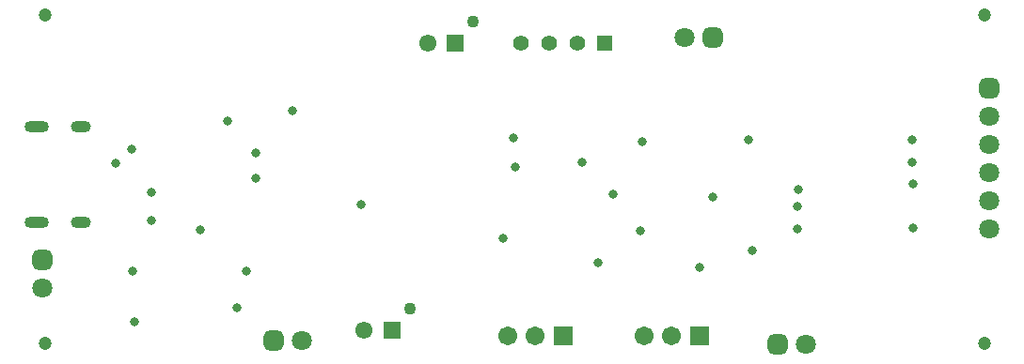
<source format=gbs>
G04*
G04 #@! TF.GenerationSoftware,Altium Limited,Altium Designer,25.2.1 (25)*
G04*
G04 Layer_Color=16711935*
%FSLAX44Y44*%
%MOMM*%
G71*
G04*
G04 #@! TF.SameCoordinates,151459D2-9B86-48AD-89DC-2ABF3E981002*
G04*
G04*
G04 #@! TF.FilePolarity,Negative*
G04*
G01*
G75*
%ADD48C,1.2032*%
G04:AMPARAMS|DCode=49|XSize=1.8032mm|YSize=1.8032mm|CornerRadius=0.5016mm|HoleSize=0mm|Usage=FLASHONLY|Rotation=0.000|XOffset=0mm|YOffset=0mm|HoleType=Round|Shape=RoundedRectangle|*
%AMROUNDEDRECTD49*
21,1,1.8032,0.8000,0,0,0.0*
21,1,0.8000,1.8032,0,0,0.0*
1,1,1.0032,0.4000,-0.4000*
1,1,1.0032,-0.4000,-0.4000*
1,1,1.0032,-0.4000,0.4000*
1,1,1.0032,0.4000,0.4000*
%
%ADD49ROUNDEDRECTD49*%
%ADD50C,1.8032*%
G04:AMPARAMS|DCode=51|XSize=1mm|YSize=2.2mm|CornerRadius=0.5mm|HoleSize=0mm|Usage=FLASHONLY|Rotation=270.000|XOffset=0mm|YOffset=0mm|HoleType=Round|Shape=RoundedRectangle|*
%AMROUNDEDRECTD51*
21,1,1.0000,1.2000,0,0,270.0*
21,1,0.0000,2.2000,0,0,270.0*
1,1,1.0000,-0.6000,0.0000*
1,1,1.0000,-0.6000,0.0000*
1,1,1.0000,0.6000,0.0000*
1,1,1.0000,0.6000,0.0000*
%
%ADD51ROUNDEDRECTD51*%
G04:AMPARAMS|DCode=52|XSize=1mm|YSize=1.8mm|CornerRadius=0.5mm|HoleSize=0mm|Usage=FLASHONLY|Rotation=270.000|XOffset=0mm|YOffset=0mm|HoleType=Round|Shape=RoundedRectangle|*
%AMROUNDEDRECTD52*
21,1,1.0000,0.8000,0,0,270.0*
21,1,0.0000,1.8000,0,0,270.0*
1,1,1.0000,-0.4000,0.0000*
1,1,1.0000,-0.4000,0.0000*
1,1,1.0000,0.4000,0.0000*
1,1,1.0000,0.4000,0.0000*
%
%ADD52ROUNDEDRECTD52*%
%ADD53C,1.7112*%
%ADD54R,1.7112X1.7112*%
G04:AMPARAMS|DCode=55|XSize=1.8032mm|YSize=1.8032mm|CornerRadius=0.5016mm|HoleSize=0mm|Usage=FLASHONLY|Rotation=270.000|XOffset=0mm|YOffset=0mm|HoleType=Round|Shape=RoundedRectangle|*
%AMROUNDEDRECTD55*
21,1,1.8032,0.8000,0,0,270.0*
21,1,0.8000,1.8032,0,0,270.0*
1,1,1.0032,-0.4000,-0.4000*
1,1,1.0032,-0.4000,0.4000*
1,1,1.0032,0.4000,0.4000*
1,1,1.0032,0.4000,-0.4000*
%
%ADD55ROUNDEDRECTD55*%
%ADD56R,1.5500X1.5500*%
%ADD57C,1.5500*%
%ADD58C,1.1000*%
%ADD59R,1.4000X1.4000*%
%ADD60C,1.4000*%
%ADD61C,0.8128*%
D48*
X26670Y26670D02*
D03*
X872490D02*
D03*
X26670Y322580D02*
D03*
X872490D02*
D03*
D49*
X232410Y29210D02*
D03*
X685800Y25400D02*
D03*
X627380Y302260D02*
D03*
D50*
X257810Y29210D02*
D03*
X711200Y25400D02*
D03*
X601980Y302260D02*
D03*
X876300Y129540D02*
D03*
Y154940D02*
D03*
Y205740D02*
D03*
Y231140D02*
D03*
Y180340D02*
D03*
X24130Y76200D02*
D03*
D51*
X18980Y222270D02*
D03*
Y135870D02*
D03*
D52*
X58980Y222270D02*
D03*
Y135870D02*
D03*
D53*
X565950Y33020D02*
D03*
X590950D02*
D03*
X468000Y33000D02*
D03*
X443000D02*
D03*
D54*
X615950Y33020D02*
D03*
X493000Y33000D02*
D03*
D55*
X876300Y256540D02*
D03*
X24130Y101600D02*
D03*
D56*
X338836Y37846D02*
D03*
X396040Y297010D02*
D03*
D57*
X313836Y37846D02*
D03*
X371040Y297010D02*
D03*
D58*
X354836Y57846D02*
D03*
X412040Y317010D02*
D03*
D59*
X530460Y297180D02*
D03*
D60*
X505460D02*
D03*
X480460D02*
D03*
X455460D02*
D03*
D61*
X216656Y175260D02*
D03*
X311150Y151638D02*
D03*
X450342Y185420D02*
D03*
X122428Y137414D02*
D03*
X207772Y91186D02*
D03*
X166624Y129032D02*
D03*
X662940Y109982D02*
D03*
X627380Y157988D02*
D03*
X90170Y188468D02*
D03*
X104902Y201930D02*
D03*
X199390Y58420D02*
D03*
X106934Y45466D02*
D03*
X216576Y198374D02*
D03*
X249174Y236474D02*
D03*
X191008Y226822D02*
D03*
X105410Y91201D02*
D03*
X615696Y94488D02*
D03*
X537972Y160782D02*
D03*
X524256Y99060D02*
D03*
X564134Y208534D02*
D03*
X448310Y211582D02*
D03*
X562280Y127686D02*
D03*
X659863Y209775D02*
D03*
X509778Y189484D02*
D03*
X122570Y162926D02*
D03*
X439166Y121412D02*
D03*
X704596Y165100D02*
D03*
X703834Y149606D02*
D03*
Y129540D02*
D03*
X807720Y130048D02*
D03*
X807466Y209804D02*
D03*
X807212Y189992D02*
D03*
X807720Y170180D02*
D03*
M02*

</source>
